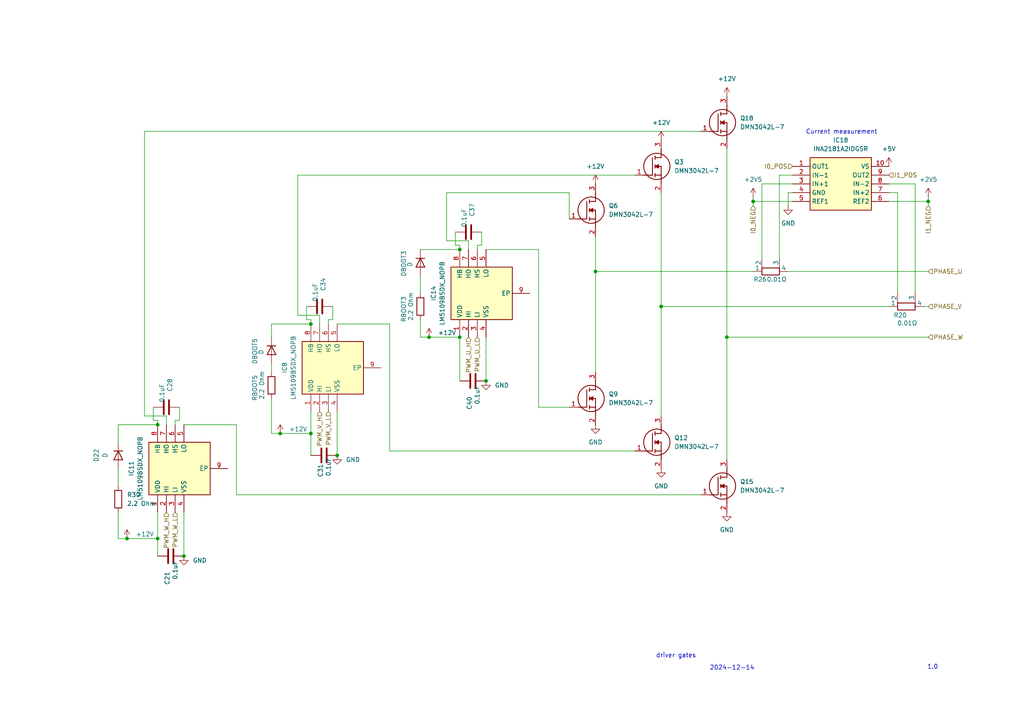
<source format=kicad_sch>
(kicad_sch (version 20231120) (generator "eeschema") (generator_version "8.0")
  (paper "A4")
  (lib_symbols
    (symbol "DMN3042L-7:DMN3042L-7" (pin_names hide)
      (property "Reference" "Q" (at 11.43 3.81 0))
      (property "Value" "DMN3042L-7" (at 11.43 1.27 0))
      (symbol "DMN3042L-7_1_1"
        (polyline (pts (xy 2.54 0) (xy 5.08 0)) (stroke (width 0.254)))
        (polyline (pts (xy 5.08 5.08) (xy 5.08 0)) (stroke (width 0.254)))
        (polyline (pts (xy 5.842 -0.508) (xy 5.842 0.508)) (stroke (width 0.254)))
        (polyline (pts (xy 5.842 0) (xy 7.62 0)) (stroke (width 0.254)))
        (polyline (pts (xy 5.842 2.032) (xy 5.842 3.048)) (stroke (width 0.254)))
        (polyline (pts (xy 5.842 5.588) (xy 5.842 4.572)) (stroke (width 0.254)))
        (polyline (pts (xy 7.62 2.54) (xy 5.842 2.54)) (stroke (width 0.254)))
        (polyline (pts (xy 7.62 2.54) (xy 7.62 -2.54)) (stroke (width 0.254)))
        (polyline (pts (xy 7.62 5.08) (xy 5.842 5.08)) (stroke (width 0.254)))
        (polyline (pts (xy 7.62 5.08) (xy 7.62 7.62)) (stroke (width 0.254)))
        (polyline (pts (xy 5.842 2.54) (xy 6.858 3.048) (xy 6.858 2.032) (xy 5.842 2.54)) (stroke (width 0.254)) (fill (type outline)))
        (circle (center 6.35 2.54) (radius 3.81) (stroke (width 0.254)))
        (pin passive line (at 0 0 0) (length 2.54) (name "G") (number "1"))
        (pin passive line (at 7.62 -5.08 90) (length 2.54) (name "S") (number "2"))
        (pin passive line (at 7.62 10.16 270) (length 2.54) (name "D") (number "3"))
      )
    )
    (symbol "Device:C" (pin_numbers hide) (pin_names (offset 0.254))
      (property "Reference" "C" (at 0.635 2.54 0))
      (property "Value" "C" (at 0.635 -2.54 0))
      (symbol "C_0_1"
        (polyline (pts (xy -2.032 -0.762) (xy 2.032 -0.762)) (stroke (width 0.508)))
        (polyline (pts (xy -2.032 0.762) (xy 2.032 0.762)) (stroke (width 0.508)))
      )
      (symbol "C_1_1"
        (pin passive line (at 0 3.81 270) (length 2.794) (name "~") (number "1"))
        (pin passive line (at 0 -3.81 90) (length 2.794) (name "~") (number "2"))
      )
    )
    (symbol "Device:D" (pin_numbers hide) (pin_names (offset 1.016) hide)
      (property "Reference" "D" (at 0 2.54 0))
      (property "Value" "D" (at 0 -2.54 0))
      (symbol "D_0_1"
        (polyline (pts (xy -1.27 1.27) (xy -1.27 -1.27)) (stroke (width 0.254)))
        (polyline (pts (xy 1.27 0) (xy -1.27 0)))
        (polyline (pts (xy 1.27 1.27) (xy 1.27 -1.27) (xy -1.27 0) (xy 1.27 1.27)) (stroke (width 0.254)))
      )
      (symbol "D_1_1"
        (pin passive line (at -3.81 0 0) (length 2.54) (name "K") (number "1"))
        (pin passive line (at 3.81 0 180) (length 2.54) (name "A") (number "2"))
      )
    )
    (symbol "Device:R" (pin_numbers hide) (pin_names (offset 0))
      (property "Reference" "R" (at 2.032 0 90))
      (property "Value" "R" (at 0 0 90))
      (symbol "R_0_1"
        (rectangle (start -1.016 -2.54) (end 1.016 2.54) (stroke (width 0.254)))
      )
      (symbol "R_1_1"
        (pin passive line (at 0 3.81 270) (length 1.27) (name "~") (number "1"))
        (pin passive line (at 0 -3.81 90) (length 1.27) (name "~") (number "2"))
      )
    )
    (symbol "Device:R_Shunt" (pin_numbers hide) (pin_names (offset 0))
      (property "Reference" "R" (at -4.445 0 90))
      (property "Value" "R_Shunt" (at -2.54 0 90))
      (symbol "R_Shunt_0_1"
        (rectangle (start -1.016 -2.54) (end 1.016 2.54) (stroke (width 0.254)))
        (polyline (pts (xy 0 -2.54) (xy 1.27 -2.54)))
        (polyline (pts (xy 1.27 2.54) (xy 0 2.54)))
      )
      (symbol "R_Shunt_1_1"
        (pin passive line (at 0 5.08 270) (length 2.54) (name "1") (number "1"))
        (pin passive line (at 3.81 2.54 180) (length 2.54) (name "2") (number "2"))
        (pin passive line (at 3.81 -2.54 180) (length 2.54) (name "3") (number "3"))
        (pin passive line (at 0 -5.08 90) (length 2.54) (name "4") (number "4"))
      )
    )
    (symbol "INA2181A2IDGSR:INA2181A2IDGSR"
      (property "Reference" "IC" (at 24.13 7.62 0))
      (property "Value" "INA2181A2IDGSR" (at 24.13 5.08 0))
      (symbol "INA2181A2IDGSR_1_1"
        (rectangle (start 5.08 2.54) (end 22.86 -12.7) (stroke (width 0.254)) (fill (type background)))
        (pin passive line (at 0 0 0) (length 5.08) (name "OUT1") (number "1"))
        (pin passive line (at 27.94 0 180) (length 5.08) (name "VS") (number "10"))
        (pin passive line (at 0 -2.54 0) (length 5.08) (name "IN-1") (number "2"))
        (pin passive line (at 0 -5.08 0) (length 5.08) (name "IN+1") (number "3"))
        (pin passive line (at 0 -7.62 0) (length 5.08) (name "GND") (number "4"))
        (pin passive line (at 0 -10.16 0) (length 5.08) (name "REF1") (number "5"))
        (pin passive line (at 27.94 -10.16 180) (length 5.08) (name "REF2") (number "6"))
        (pin passive line (at 27.94 -7.62 180) (length 5.08) (name "IN+2") (number "7"))
        (pin passive line (at 27.94 -5.08 180) (length 5.08) (name "IN-2") (number "8"))
        (pin passive line (at 27.94 -2.54 180) (length 5.08) (name "OUT2") (number "9"))
      )
    )
    (symbol "LM5109BSDX_NOPB:LM5109BSDX_NOPB"
      (property "Reference" "IC" (at 21.59 7.62 0))
      (property "Value" "LM5109BSDX_NOPB" (at 21.59 5.08 0))
      (symbol "LM5109BSDX_NOPB_1_1"
        (rectangle (start 5.08 2.54) (end 20.32 -15.24) (stroke (width 0.254)) (fill (type background)))
        (pin passive line (at 0 0 0) (length 5.08) (name "VDD") (number "1"))
        (pin passive line (at 0 -2.54 0) (length 5.08) (name "HI") (number "2"))
        (pin passive line (at 0 -5.08 0) (length 5.08) (name "LI") (number "3"))
        (pin passive line (at 0 -7.62 0) (length 5.08) (name "VSS") (number "4"))
        (pin passive line (at 25.4 -7.62 180) (length 5.08) (name "LO") (number "5"))
        (pin passive line (at 25.4 -5.08 180) (length 5.08) (name "HS") (number "6"))
        (pin passive line (at 25.4 -2.54 180) (length 5.08) (name "HO") (number "7"))
        (pin passive line (at 25.4 0 180) (length 5.08) (name "HB") (number "8"))
        (pin passive line (at 12.7 -20.32 90) (length 5.08) (name "EP") (number "9"))
      )
    )
    (symbol "power:+12V" (power) (pin_numbers hide) (pin_names (offset 0) hide)
      (property "Value" "+12V" (at 0 3.556 0))
      (symbol "+12V_0_1"
        (polyline (pts (xy -0.762 1.27) (xy 0 2.54)))
        (polyline (pts (xy 0 0) (xy 0 2.54)))
        (polyline (pts (xy 0 2.54) (xy 0.762 1.27)))
      )
      (symbol "+12V_1_1"
        (pin power_in line (at 0 0 90) (length 0) (name "~") (number "1"))
      )
    )
    (symbol "power:+2V5" (power) (pin_numbers hide) (pin_names (offset 0) hide)
      (property "Value" "+2V5" (at 0 3.556 0))
      (symbol "+2V5_0_1"
        (polyline (pts (xy -0.762 1.27) (xy 0 2.54)))
        (polyline (pts (xy 0 0) (xy 0 2.54)))
        (polyline (pts (xy 0 2.54) (xy 0.762 1.27)))
      )
      (symbol "+2V5_1_1"
        (pin power_in line (at 0 0 90) (length 0) (name "~") (number "1"))
      )
    )
    (symbol "power:+5V" (power) (pin_numbers hide) (pin_names (offset 0) hide)
      (property "Value" "+5V" (at 0 3.556 0))
      (symbol "+5V_0_1"
        (polyline (pts (xy -0.762 1.27) (xy 0 2.54)))
        (polyline (pts (xy 0 0) (xy 0 2.54)))
        (polyline (pts (xy 0 2.54) (xy 0.762 1.27)))
      )
      (symbol "+5V_1_1"
        (pin power_in line (at 0 0 90) (length 0) (name "~") (number "1"))
      )
    )
    (symbol "power:GND" (power) (pin_numbers hide) (pin_names (offset 0) hide)
      (property "Value" "GND" (at 0 -3.81 0))
      (symbol "GND_0_1"
        (polyline (pts (xy 0 0) (xy 0 -1.27) (xy 1.27 -1.27) (xy 0 -2.54) (xy -1.27 -1.27) (xy 0 -1.27)))
      )
      (symbol "GND_1_1"
        (pin power_in line (at 0 0 270) (length 0) (name "~") (number "1"))
      )
    )
  )
  (junction (at 133.35 72.39))
  (junction (at 81.28 125.73))
  (junction (at 269.24 58.42))
  (junction (at 90.17 125.73))
  (junction (at 97.79 132.08))
  (junction (at 124.46 97.79))
  (junction (at 140.97 110.49))
  (junction (at 90.17 93.98))
  (junction (at 210.82 97.79))
  (junction (at 45.72 123.19))
  (junction (at 45.72 156.21))
  (junction (at 133.35 97.79))
  (junction (at 191.77 88.9))
  (junction (at 172.72 78.74))
  (junction (at 36.83 156.21))
  (junction (at 218.44 58.42))
  (junction (at 53.34 161.29))
  (wire (pts (xy 78.74 115.57) (xy 78.74 125.73)))
  (wire (pts (xy 140.97 72.39) (xy 156.21 72.39)))
  (wire (pts (xy 86.36 50.8) (xy 184.15 50.8)))
  (wire (pts (xy 45.72 121.92) (xy 45.72 123.19)))
  (wire (pts (xy 53.34 123.19) (xy 68.58 123.19)))
  (wire (pts (xy 68.58 123.19) (xy 68.58 143.51)))
  (wire (pts (xy 218.44 58.42) (xy 218.44 59.69)))
  (wire (pts (xy 90.17 119.38) (xy 90.17 125.73)))
  (wire (pts (xy 165.1 55.88) (xy 165.1 63.5)))
  (wire (pts (xy 90.17 92.71) (xy 90.17 93.98)))
  (wire (pts (xy 269.24 57.15) (xy 269.24 58.42)))
  (wire (pts (xy 90.17 125.73) (xy 90.17 132.08)))
  (wire (pts (xy 34.29 140.97) (xy 34.29 135.89)))
  (wire (pts (xy 121.92 85.09) (xy 121.92 80.01)))
  (wire (pts (xy 156.21 72.39) (xy 156.21 118.11)))
  (wire (pts (xy 226.06 50.8) (xy 229.87 50.8)))
  (wire (pts (xy 257.81 55.88) (xy 260.35 55.88)))
  (wire (pts (xy 228.6 55.88) (xy 229.87 55.88)))
  (wire (pts (xy 228.6 78.74) (xy 269.24 78.74)))
  (wire (pts (xy 191.77 88.9) (xy 191.77 120.65)))
  (wire (pts (xy 34.29 123.19) (xy 45.72 123.19)))
  (wire (pts (xy 132.08 71.12) (xy 133.35 71.12)))
  (wire (pts (xy 45.72 156.21) (xy 36.83 156.21)))
  (wire (pts (xy 124.46 97.79) (xy 133.35 97.79)))
  (wire (pts (xy 172.72 78.74) (xy 218.44 78.74)))
  (wire (pts (xy 257.81 53.34) (xy 265.43 53.34)))
  (wire (pts (xy 139.7 71.12) (xy 138.43 71.12)))
  (wire (pts (xy 86.36 91.44) (xy 86.36 50.8)))
  (wire (pts (xy 121.92 97.79) (xy 121.92 92.71)))
  (wire (pts (xy 139.7 67.31) (xy 139.7 71.12)))
  (wire (pts (xy 36.83 156.21) (xy 34.29 156.21)))
  (wire (pts (xy 121.92 97.79) (xy 124.46 97.79)))
  (wire (pts (xy 226.06 50.8) (xy 226.06 74.93)))
  (wire (pts (xy 172.72 68.58) (xy 172.72 78.74)))
  (wire (pts (xy 90.17 93.98) (xy 78.74 93.98)))
  (wire (pts (xy 41.91 38.1) (xy 203.2 38.1)))
  (wire (pts (xy 140.97 97.79) (xy 140.97 110.49)))
  (wire (pts (xy 138.43 71.12) (xy 138.43 72.39)))
  (wire (pts (xy 133.35 97.79) (xy 133.35 110.49)))
  (wire (pts (xy 220.98 74.93) (xy 220.98 53.34)))
  (wire (pts (xy 269.24 59.69) (xy 269.24 58.42)))
  (wire (pts (xy 96.52 92.71) (xy 95.25 92.71)))
  (wire (pts (xy 96.52 92.71) (xy 96.52 88.9)))
  (wire (pts (xy 34.29 148.59) (xy 34.29 156.21)))
  (wire (pts (xy 45.72 161.29) (xy 45.72 156.21)))
  (wire (pts (xy 44.45 121.92) (xy 45.72 121.92)))
  (wire (pts (xy 210.82 97.79) (xy 210.82 133.35)))
  (wire (pts (xy 191.77 55.88) (xy 191.77 88.9)))
  (wire (pts (xy 129.54 55.88) (xy 165.1 55.88)))
  (wire (pts (xy 121.92 72.39) (xy 133.35 72.39)))
  (wire (pts (xy 191.77 88.9) (xy 257.81 88.9)))
  (wire (pts (xy 90.17 125.73) (xy 81.28 125.73)))
  (wire (pts (xy 218.44 58.42) (xy 229.87 58.42)))
  (wire (pts (xy 228.6 55.88) (xy 228.6 59.69)))
  (wire (pts (xy 156.21 118.11) (xy 165.1 118.11)))
  (wire (pts (xy 220.98 53.34) (xy 229.87 53.34)))
  (wire (pts (xy 257.81 58.42) (xy 269.24 58.42)))
  (wire (pts (xy 78.74 107.95) (xy 78.74 105.41)))
  (wire (pts (xy 88.9 88.9) (xy 88.9 92.71)))
  (wire (pts (xy 78.74 93.98) (xy 78.74 97.79)))
  (wire (pts (xy 260.35 85.09) (xy 260.35 55.88)))
  (wire (pts (xy 88.9 92.71) (xy 90.17 92.71)))
  (wire (pts (xy 135.89 69.85) (xy 129.54 69.85)))
  (wire (pts (xy 132.08 67.31) (xy 132.08 71.12)))
  (wire (pts (xy 135.89 72.39) (xy 135.89 69.85)))
  (wire (pts (xy 218.44 57.15) (xy 218.44 58.42)))
  (wire (pts (xy 41.91 38.1) (xy 41.91 120.65)))
  (wire (pts (xy 68.58 143.51) (xy 203.2 143.51)))
  (wire (pts (xy 95.25 93.98) (xy 95.25 92.71)))
  (wire (pts (xy 129.54 69.85) (xy 129.54 55.88)))
  (wire (pts (xy 92.71 91.44) (xy 92.71 93.98)))
  (wire (pts (xy 113.03 130.81) (xy 184.15 130.81)))
  (wire (pts (xy 133.35 71.12) (xy 133.35 72.39)))
  (wire (pts (xy 52.07 118.11) (xy 52.07 121.92)))
  (wire (pts (xy 34.29 123.19) (xy 34.29 128.27)))
  (wire (pts (xy 50.8 121.92) (xy 50.8 123.19)))
  (wire (pts (xy 86.36 91.44) (xy 92.71 91.44)))
  (wire (pts (xy 172.72 78.74) (xy 172.72 107.95)))
  (wire (pts (xy 48.26 120.65) (xy 48.26 123.19)))
  (wire (pts (xy 113.03 93.98) (xy 113.03 130.81)))
  (wire (pts (xy 210.82 43.18) (xy 210.82 97.79)))
  (wire (pts (xy 97.79 93.98) (xy 113.03 93.98)))
  (wire (pts (xy 81.28 125.73) (xy 78.74 125.73)))
  (wire (pts (xy 53.34 148.59) (xy 53.34 161.29)))
  (wire (pts (xy 45.72 156.21) (xy 45.72 148.59)))
  (wire (pts (xy 267.97 88.9) (xy 269.24 88.9)))
  (wire (pts (xy 210.82 97.79) (xy 269.24 97.79)))
  (wire (pts (xy 41.91 120.65) (xy 48.26 120.65)))
  (wire (pts (xy 52.07 121.92) (xy 50.8 121.92)))
  (wire (pts (xy 97.79 119.38) (xy 97.79 132.08)))
  (wire (pts (xy 44.45 118.11) (xy 44.45 121.92)))
  (wire (pts (xy 265.43 85.09) (xy 265.43 53.34)))
  (text "1.0" (at 270.51 193.548 0) (effects (font (size 1.27 1.27))))
  (text "driver gates" (at 196.088 190.246 0) (effects (font (size 1.27 1.27))))
  (text "2024-12-14" (at 212.344 193.802 0) (effects (font (size 1.27 1.27))))
  (text "Current measurement" (at 244.094 38.354 0) (effects (font (size 1.27 1.27))))
  (hierarchical_label "PHASE_V" (shape input) (at 269.24 88.9 0))
  (hierarchical_label "I0_NEG" (shape input) (at 218.44 59.69 270))
  (hierarchical_label "PHASE_W" (shape input) (at 269.24 97.79 0))
  (hierarchical_label "PWM_U_H" (shape input) (at 135.89 97.79 270))
  (hierarchical_label "I1_POS" (shape input) (at 257.81 50.8 0))
  (hierarchical_label "PWM_V_H" (shape input) (at 92.71 119.38 270))
  (hierarchical_label "PWM_W_L" (shape input) (at 50.8 148.59 270))
  (hierarchical_label "I1_NEG" (shape input) (at 269.24 59.69 270))
  (hierarchical_label "PWM_W_H" (shape input) (at 48.26 148.59 270))
  (hierarchical_label "PHASE_U" (shape input) (at 269.24 78.74 0))
  (hierarchical_label "PWM_V_L" (shape input) (at 95.25 119.38 270))
  (hierarchical_label "PWM_U_L" (shape input) (at 138.43 97.79 270))
  (hierarchical_label "I0_POS" (shape input) (at 229.87 48.26 180))
  (symbol (lib_id "power:GND") (at 97.79 132.08 0) (unit 1)
    (property "Reference" "#PWR095" (effects (hide yes)))
    (property "Value" "GND" (at 100.33 133.3499 0) (effects (justify left)))
    (property "Description" "Power symbol creates a global label with name \"GND\" , ground" (effects (hide yes)))
    (instances (project "motordriver" (path "" (reference "#PWR095") (unit 1)) (path "" (reference "#PWR093") (unit 1)) (path "" (reference "#PWR094") (unit 1))))
  )
  (symbol (lib_id "DMN3042L-7:DMN3042L-7") (at 184.15 50.8 0) (unit 1)
    (property "Reference" "Q1" (at 195.58 46.9899 0) (effects (justify left)))
    (property "Value" "DMN3042L-7" (at 195.58 49.5299 0) (effects (justify left)))
    (property "Footprint" "SOT96P240X115-3N" (effects (hide yes)))
    (property "Datasheet" "https://www.diodes.com//assets/Datasheets/DMN3042L.pdf" (effects (hide yes)))
    (property "Description" "MOSFET 30V N-Ch Enh Mode 26.5mOhm 10V 5.8A" (effects (hide yes)))
    (property "Height" "1.15" (effects (hide yes)))
    (property "Manufacturer_Name" "Diodes Incorporated" (effects (hide yes)))
    (property "Manufacturer_Part_Number" "DMN3042L-7" (effects (hide yes)))
    (property "Arrow Part Number" "DMN3042L-7" (effects (hide yes)))
    (property "Arrow Price/Stock" "https://www.arrow.com/en/products/dmn3042l-7/diodes-incorporated" (effects (hide yes)))
    (instances (project "motordriver" (path "" (reference "Q3") (unit 1)) (path "" (reference "Q1") (unit 1)) (path "" (reference "Q2") (unit 1))))
  )
  (symbol (lib_id "Device:R") (at 34.29 144.78 180) (unit 1)
    (property "Reference" "R30" (at 36.83 143.5099 0) (effects (justify right)))
    (property "Value" "2.2 Ohm" (at 36.83 146.0499 0) (effects (justify right)))
    (property "Description" "Resistor" (effects (hide yes)))
    (instances (project "motordriver" (path "" (reference "R30") (unit 1)) (path "" (reference "R27") (unit 1)) (path "" (reference "RBOOT") (unit 1))))
  )
  (symbol (lib_id "power:+2V5") (at 218.44 57.15 0) (unit 1)
    (property "Reference" "#PWR0203" (effects (hide yes)))
    (property "Value" "+2V5" (at 218.44 52.07 0))
    (property "Description" "Power symbol creates a global label with name \"+2V5\"" (effects (hide yes)))
    (instances (project "motordriver" (path "" (reference "#PWR0203") (unit 1)) (path "" (reference "#PWR0201") (unit 1)) (path "" (reference "#PWR0202") (unit 1))))
  )
  (symbol (lib_id "power:+12V") (at 172.72 53.34 0) (unit 1)
    (property "Reference" "#PWR083" (effects (hide yes)))
    (property "Value" "+12V" (at 172.72 48.26 0))
    (property "Description" "Power symbol creates a global label with name \"+12V\"" (effects (hide yes)))
    (instances (project "" (path "" (reference "#PWR083") (unit 1)) (path "" (reference "#PWR081") (unit 1)) (path "" (reference "#PWR082") (unit 1))))
  )
  (symbol (lib_id "Device:R_Shunt") (at 262.89 88.9 90) (unit 1)
    (property "Reference" "R20" (at 261.112 91.44 90))
    (property "Value" "0.01Ω" (at 263.144 93.726 90))
    (property "Description" "Shunt resistor" (effects (hide yes)))
    (instances (project "motordriver" (path "" (reference "R20") (unit 1)) (path "" (reference "R18") (unit 1)) (path "" (reference "R19") (unit 1))))
  )
  (symbol (lib_id "DMN3042L-7:DMN3042L-7") (at 203.2 38.1 0) (unit 1)
    (property "Reference" "Q18" (at 214.63 34.2899 0) (effects (justify left)))
    (property "Value" "DMN3042L-7" (at 214.63 36.8299 0) (effects (justify left)))
    (property "Footprint" "SOT96P240X115-3N" (effects (hide yes)))
    (property "Datasheet" "https://www.diodes.com//assets/Datasheets/DMN3042L.pdf" (effects (hide yes)))
    (property "Description" "MOSFET 30V N-Ch Enh Mode 26.5mOhm 10V 5.8A" (effects (hide yes)))
    (property "Height" "1.15" (effects (hide yes)))
    (property "Manufacturer_Name" "Diodes Incorporated" (effects (hide yes)))
    (property "Manufacturer_Part_Number" "DMN3042L-7" (effects (hide yes)))
    (property "Arrow Part Number" "DMN3042L-7" (effects (hide yes)))
    (property "Arrow Price/Stock" "https://www.arrow.com/en/products/dmn3042l-7/diodes-incorporated" (effects (hide yes)))
    (instances (project "" (path "" (reference "Q18") (unit 1)) (path "" (reference "Q16") (unit 1)) (path "" (reference "Q17") (unit 1))))
  )
  (symbol (lib_id "LM5109BSDX_NOPB:LM5109BSDX_NOPB") (at 90.17 119.38 90) (unit 1)
    (property "Reference" "IC8" (at 82.55 106.68 0))
    (property "Value" "LM5109BSDX_NOPB" (at 85.09 106.68 0))
    (property "Footprint" "SON80P400X400X80-9N" (effects (hide yes)))
    (property "Datasheet" "http://www.ti.com/lit/gpn/LM5109B" (effects (hide yes)))
    (property "Description" "High Voltage 1A Peak Half Bridge Gate Driver" (effects (hide yes)))
    (property "Height" "0.8" (effects (hide yes)))
    (property "Mouser Part Number" "926-LM5109BSDX/NOPB" (effects (hide yes)))
    (property "Mouser Price/Stock" "https://www.mouser.co.uk/ProductDetail/Texas-Instruments/LM5109BSDX-NOPB?qs=QbsRYf82W3F6fMiLbkf%252BhQ%3D%3D" (effects (hide yes)))
    (property "Manufacturer_Name" "Texas Instruments" (effects (hide yes)))
    (property "Manufacturer_Part_Number" "LM5109BSDX/NOPB" (effects (hide yes)))
    (instances (project "" (path "" (reference "IC8") (unit 1)) (path "" (reference "IC6") (unit 1)) (path "" (reference "IC7") (unit 1))))
  )
  (symbol (lib_id "power:+12V") (at 36.83 156.21 0) (unit 1)
    (property "Reference" "#PWR0178" (effects (hide yes)))
    (property "Value" "+12V" (at 39.37 154.9399 0) (effects (justify left)))
    (property "Description" "Power symbol creates a global label with name \"+12V\"" (effects (hide yes)))
    (instances (project "" (path "" (reference "#PWR0178") (unit 1)) (path "" (reference "#PWR084") (unit 1)) (path "" (reference "#PWR085") (unit 1))))
  )
  (symbol (lib_id "LM5109BSDX_NOPB:LM5109BSDX_NOPB") (at 133.35 97.79 90) (unit 1)
    (property "Reference" "IC14" (at 125.73 85.09 0))
    (property "Value" "LM5109BSDX_NOPB" (at 128.27 85.09 0))
    (property "Footprint" "SON80P400X400X80-9N" (effects (hide yes)))
    (property "Datasheet" "http://www.ti.com/lit/gpn/LM5109B" (effects (hide yes)))
    (property "Description" "High Voltage 1A Peak Half Bridge Gate Driver" (effects (hide yes)))
    (property "Height" "0.8" (effects (hide yes)))
    (property "Mouser Part Number" "926-LM5109BSDX/NOPB" (effects (hide yes)))
    (property "Mouser Price/Stock" "https://www.mouser.co.uk/ProductDetail/Texas-Instruments/LM5109BSDX-NOPB?qs=QbsRYf82W3F6fMiLbkf%252BhQ%3D%3D" (effects (hide yes)))
    (property "Manufacturer_Name" "Texas Instruments" (effects (hide yes)))
    (property "Manufacturer_Part_Number" "LM5109BSDX/NOPB" (effects (hide yes)))
    (instances (project "motordriver" (path "" (reference "IC14") (unit 1)) (path "" (reference "IC12") (unit 1)) (path "" (reference "IC13") (unit 1))))
  )
  (symbol (lib_id "Device:C") (at 137.16 110.49 90) (unit 1)
    (property "Reference" "C40" (at 136.144 118.872 0) (effects (justify left)))
    (property "Value" "0.1uF" (at 138.43 117.348 0) (effects (justify left)))
    (property "Description" "Unpolarized capacitor" (effects (hide yes)))
    (instances (project "motordriver" (path "" (reference "C40") (unit 1)) (path "" (reference "C38") (unit 1)) (path "" (reference "C39") (unit 1))))
  )
  (symbol (lib_id "power:GND") (at 228.6 59.69 0) (unit 1)
    (property "Reference" "#PWR0197" (effects (hide yes)))
    (property "Value" "GND" (at 228.6 64.77 0))
    (property "Description" "Power symbol creates a global label with name \"GND\" , ground" (effects (hide yes)))
    (instances (project "motordriver" (path "" (reference "#PWR0197") (unit 1)) (path "" (reference "#PWR0195") (unit 1)) (path "" (reference "#PWR0196") (unit 1))))
  )
  (symbol (lib_id "Device:R_Shunt") (at 223.52 78.74 90) (unit 1)
    (property "Reference" "R26" (at 220.472 81.026 90))
    (property "Value" "0.01Ω" (at 225.298 81.026 90))
    (property "Description" "Shunt resistor" (effects (hide yes)))
    (instances (project "motordriver" (path "" (reference "R26") (unit 1)) (path "" (reference "R24") (unit 1)) (path "" (reference "R25") (unit 1))))
  )
  (symbol (lib_id "power:+2V5") (at 269.24 57.15 0) (unit 1)
    (property "Reference" "#PWR0200" (effects (hide yes)))
    (property "Value" "+2V5" (at 269.24 52.07 0))
    (property "Description" "Power symbol creates a global label with name \"+2V5\"" (effects (hide yes)))
    (instances (project "" (path "" (reference "#PWR0200") (unit 1)) (path "" (reference "#PWR0198") (unit 1)) (path "" (reference "#PWR0199") (unit 1))))
  )
  (symbol (lib_id "power:GND") (at 191.77 135.89 0) (unit 1)
    (property "Reference" "#PWR0107" (effects (hide yes)))
    (property "Value" "GND" (at 191.77 140.97 0))
    (property "Description" "Power symbol creates a global label with name \"GND\" , ground" (effects (hide yes)))
    (instances (project "motordriver" (path "" (reference "#PWR0107") (unit 1)) (path "" (reference "#PWR0105") (unit 1)) (path "" (reference "#PWR0106") (unit 1))))
  )
  (symbol (lib_id "Device:R") (at 121.92 88.9 180) (unit 1)
    (property "Reference" "RBOOT3" (at 117.094 89.662 90))
    (property "Value" "2.2 Ohm" (at 119.126 88.9 90))
    (property "Description" "Resistor" (effects (hide yes)))
    (instances (project "motordriver" (path "" (reference "RBOOT3") (unit 1)) (path "" (reference "RBOOT1") (unit 1)) (path "" (reference "RBOOT3") (unit 1))))
  )
  (symbol (lib_id "power:+12V") (at 210.82 27.94 0) (unit 1)
    (property "Reference" "#PWR0116" (effects (hide yes)))
    (property "Value" "+12V" (at 210.82 22.86 0))
    (property "Description" "Power symbol creates a global label with name \"+12V\"" (effects (hide yes)))
    (instances (project "motordriver" (path "" (reference "#PWR0116") (unit 1)) (path "" (reference "#PWR0114") (unit 1)) (path "" (reference "#PWR0115") (unit 1))))
  )
  (symbol (lib_id "power:GND") (at 172.72 123.19 0) (unit 1)
    (property "Reference" "#PWR0110" (effects (hide yes)))
    (property "Value" "GND" (at 172.72 128.27 0))
    (property "Description" "Power symbol creates a global label with name \"GND\" , ground" (effects (hide yes)))
    (instances (project "motordriver" (path "" (reference "#PWR0110") (unit 1)) (path "" (reference "#PWR0108") (unit 1)) (path "" (reference "#PWR0109") (unit 1))))
  )
  (symbol (lib_id "power:+12V") (at 191.77 40.64 0) (unit 1)
    (property "Reference" "#PWR0113" (effects (hide yes)))
    (property "Value" "+12V" (at 191.77 35.56 0))
    (property "Description" "Power symbol creates a global label with name \"+12V\"" (effects (hide yes)))
    (instances (project "motordriver" (path "" (reference "#PWR0113") (unit 1)) (path "" (reference "#PWR0111") (unit 1)) (path "" (reference "#PWR0112") (unit 1))))
  )
  (symbol (lib_id "power:GND") (at 53.34 161.29 0) (unit 1)
    (property "Reference" "#PWR0101" (effects (hide yes)))
    (property "Value" "GND" (at 55.88 162.5599 0) (effects (justify left)))
    (property "Description" "Power symbol creates a global label with name \"GND\" , ground" (effects (hide yes)))
    (instances (project "motordriver" (path "" (reference "#PWR0101") (unit 1)) (path "" (reference "#PWR099") (unit 1)) (path "" (reference "#PWR0100") (unit 1))))
  )
  (symbol (lib_id "Device:C") (at 48.26 118.11 270) (unit 1)
    (property "Reference" "C28" (at 49.276 109.728 0) (effects (justify left)))
    (property "Value" "0.1uF" (at 46.99 111.252 0) (effects (justify left)))
    (property "Description" "Unpolarized capacitor" (effects (hide yes)))
    (instances (project "motordriver" (path "" (reference "C28") (unit 1)) (path "" (reference "Bootstrap1") (unit 1)) (path "" (reference "C27") (unit 1))))
  )
  (symbol (lib_id "Device:C") (at 93.98 132.08 90) (unit 1)
    (property "Reference" "C31" (at 92.964 138.43 0) (effects (justify left)))
    (property "Value" "0.1uF" (at 95.25 138.176 0) (effects (justify left)))
    (property "Description" "Unpolarized capacitor" (effects (hide yes)))
    (instances (project "motordriver" (path "" (reference "C31") (unit 1)) (path "" (reference "C29") (unit 1)) (path "" (reference "C30") (unit 1))))
  )
  (symbol (lib_id "Device:C") (at 92.71 88.9 270) (unit 1)
    (property "Reference" "C34" (at 93.726 80.518 0) (effects (justify left)))
    (property "Value" "0.1uF" (at 91.44 82.042 0) (effects (justify left)))
    (property "Description" "Unpolarized capacitor" (effects (hide yes)))
    (instances (project "motordriver" (path "" (reference "C34") (unit 1)) (path "" (reference "Bootstrap2") (unit 1)) (path "" (reference "C33") (unit 1))))
  )
  (symbol (lib_id "Device:C") (at 135.89 67.31 270) (unit 1)
    (property "Reference" "C37" (at 136.906 58.928 0) (effects (justify left)))
    (property "Value" "0.1uF" (at 134.62 60.452 0) (effects (justify left)))
    (property "Description" "Unpolarized capacitor" (effects (hide yes)))
    (instances (project "motordriver" (path "" (reference "C37") (unit 1)) (path "" (reference "Bootstrap3") (unit 1)) (path "" (reference "C36") (unit 1))))
  )
  (symbol (lib_id "power:GND") (at 210.82 148.59 0) (unit 1)
    (property "Reference" "#PWR0104" (effects (hide yes)))
    (property "Value" "GND" (at 210.82 153.67 0))
    (property "Description" "Power symbol creates a global label with name \"GND\" , ground" (effects (hide yes)))
    (instances (project "motordriver" (path "" (reference "#PWR0104") (unit 1)) (path "" (reference "#PWR0102") (unit 1)) (path "" (reference "#PWR0103") (unit 1))))
  )
  (symbol (lib_id "power:GND") (at 140.97 110.49 0) (unit 1)
    (property "Reference" "#PWR098" (effects (hide yes)))
    (property "Value" "GND" (at 143.51 111.7599 0) (effects (justify left)))
    (property "Description" "Power symbol creates a global label with name \"GND\" , ground" (effects (hide yes)))
    (instances (project "motordriver" (path "" (reference "#PWR098") (unit 1)) (path "" (reference "#PWR096") (unit 1)) (path "" (reference "#PWR097") (unit 1))))
  )
  (symbol (lib_id "DMN3042L-7:DMN3042L-7") (at 165.1 118.11 0) (unit 1)
    (property "Reference" "Q7" (at 176.53 114.2999 0) (effects (justify left)))
    (property "Value" "DMN3042L-7" (at 176.53 116.8399 0) (effects (justify left)))
    (property "Footprint" "SOT96P240X115-3N" (effects (hide yes)))
    (property "Datasheet" "https://www.diodes.com//assets/Datasheets/DMN3042L.pdf" (effects (hide yes)))
    (property "Description" "MOSFET 30V N-Ch Enh Mode 26.5mOhm 10V 5.8A" (effects (hide yes)))
    (property "Height" "1.15" (effects (hide yes)))
    (property "Manufacturer_Name" "Diodes Incorporated" (effects (hide yes)))
    (property "Manufacturer_Part_Number" "DMN3042L-7" (effects (hide yes)))
    (property "Arrow Part Number" "DMN3042L-7" (effects (hide yes)))
    (property "Arrow Price/Stock" "https://www.arrow.com/en/products/dmn3042l-7/diodes-incorporated" (effects (hide yes)))
    (instances (project "motordriver" (path "" (reference "Q9") (unit 1)) (path "" (reference "Q7") (unit 1)) (path "" (reference "Q8") (unit 1))))
  )
  (symbol (lib_id "LM5109BSDX_NOPB:LM5109BSDX_NOPB") (at 45.72 148.59 90) (unit 1)
    (property "Reference" "IC11" (at 38.1 135.89 0))
    (property "Value" "LM5109BSDX_NOPB" (at 40.64 135.89 0))
    (property "Footprint" "SON80P400X400X80-9N" (effects (hide yes)))
    (property "Datasheet" "http://www.ti.com/lit/gpn/LM5109B" (effects (hide yes)))
    (property "Description" "High Voltage 1A Peak Half Bridge Gate Driver" (effects (hide yes)))
    (property "Height" "0.8" (effects (hide yes)))
    (property "Mouser Part Number" "926-LM5109BSDX/NOPB" (effects (hide yes)))
    (property "Mouser Price/Stock" "https://www.mouser.co.uk/ProductDetail/Texas-Instruments/LM5109BSDX-NOPB?qs=QbsRYf82W3F6fMiLbkf%252BhQ%3D%3D" (effects (hide yes)))
    (property "Manufacturer_Name" "Texas Instruments" (effects (hide yes)))
    (property "Manufacturer_Part_Number" "LM5109BSDX/NOPB" (effects (hide yes)))
    (instances (project "motordriver" (path "" (reference "IC11") (unit 1)) (path "" (reference "IC9") (unit 1)) (path "" (reference "IC10") (unit 1))))
  )
  (symbol (lib_id "Device:C") (at 49.53 161.29 90) (unit 1)
    (property "Reference" "C21" (at 48.514 169.672 0) (effects (justify left)))
    (property "Value" "0.1uF" (at 50.8 168.148 0) (effects (justify left)))
    (property "Description" "Unpolarized capacitor" (effects (hide yes)))
    (instances (project "" (path "" (reference "C21") (unit 1)) (path "" (reference "C19") (unit 1)) (path "" (reference "C20") (unit 1))))
  )
  (symbol (lib_id "DMN3042L-7:DMN3042L-7") (at 184.15 130.81 0) (unit 1)
    (property "Reference" "Q10" (at 195.58 126.9999 0) (effects (justify left)))
    (property "Value" "DMN3042L-7" (at 195.58 129.5399 0) (effects (justify left)))
    (property "Footprint" "SOT96P240X115-3N" (effects (hide yes)))
    (property "Datasheet" "https://www.diodes.com//assets/Datasheets/DMN3042L.pdf" (effects (hide yes)))
    (property "Description" "MOSFET 30V N-Ch Enh Mode 26.5mOhm 10V 5.8A" (effects (hide yes)))
    (property "Height" "1.15" (effects (hide yes)))
    (property "Manufacturer_Name" "Diodes Incorporated" (effects (hide yes)))
    (property "Manufacturer_Part_Number" "DMN3042L-7" (effects (hide yes)))
    (property "Arrow Part Number" "DMN3042L-7" (effects (hide yes)))
    (property "Arrow Price/Stock" "https://www.arrow.com/en/products/dmn3042l-7/diodes-incorporated" (effects (hide yes)))
    (instances (project "motordriver" (path "" (reference "Q12") (unit 1)) (path "" (reference "Q10") (unit 1)) (path "" (reference "Q11") (unit 1))))
  )
  (symbol (lib_id "power:+12V") (at 124.46 97.79 0) (unit 1)
    (property "Reference" "#PWR0184" (effects (hide yes)))
    (property "Value" "+12V" (at 127 96.5199 0) (effects (justify left)))
    (property "Description" "Power symbol creates a global label with name \"+12V\"" (effects (hide yes)))
    (instances (project "motordriver" (path "" (reference "#PWR0184") (unit 1)) (path "" (reference "#PWR0182") (unit 1)) (path "" (reference "#PWR0183") (unit 1))))
  )
  (symbol (lib_id "power:+5V") (at 257.81 48.26 0) (unit 1)
    (property "Reference" "#PWR064" (effects (hide yes)))
    (property "Value" "+5V" (at 257.81 43.18 0))
    (property "Description" "Power symbol creates a global label with name \"+5V\"" (effects (hide yes)))
    (instances (project "" (path "" (reference "#PWR064") (unit 1)) (path "" (reference "#PWR058") (unit 1)) (path "" (reference "#PWR062") (unit 1))))
  )
  (symbol (lib_id "INA2181A2IDGSR:INA2181A2IDGSR") (at 229.87 48.26 0) (unit 1)
    (property "Reference" "IC18" (at 243.84 40.64 0))
    (property "Value" "INA2181A2IDGSR" (at 243.84 43.18 0))
    (property "Footprint" "SOP50P490X110-10N" (effects (hide yes)))
    (property "Datasheet" "http://www.ti.com/lit/gpn/ina2181" (effects (hide yes)))
    (property "Description" "Dual Channel, 26V, Bi-Directional, Low-/High-Side Voltage Output Current Sense Amp" (effects (hide yes)))
    (property "Height" "1.1" (effects (hide yes)))
    (property "Manufacturer_Name" "Texas Instruments" (effects (hide yes)))
    (property "Manufacturer_Part_Number" "INA2181A2IDGSR" (effects (hide yes)))
    (property "Arrow Part Number" "INA2181A2IDGSR" (effects (hide yes)))
    (property "Arrow Price/Stock" "https://www.arrow.com/en/products/ina2181a2idgsr/texas-instruments?region=nac" (effects (hide yes)))
    (instances (project "" (path "" (reference "IC18") (unit 1)) (path "" (reference "IC16") (unit 1)) (path "" (reference "IC17") (unit 1))))
  )
  (symbol (lib_id "Device:D") (at 121.92 76.2 270) (unit 1)
    (property "Reference" "DBOOT3" (at 117.094 76.454 0))
    (property "Value" "D" (at 118.872 76.708 0))
    (property "Description" "Diode" (effects (hide yes)))
    (property "Sim.Device" "D" (effects (hide yes)))
    (property "Sim.Pins" "1=K 2=A" (effects (hide yes)))
    (instances (project "motordriver" (path "" (reference "DBOOT3") (unit 1)) (path "" (reference "DBOOT1") (unit 1)) (path "" (reference "DBOOT3") (unit 1))))
  )
  (symbol (lib_id "power:+12V") (at 81.28 125.73 0) (unit 1)
    (property "Reference" "#PWR0181" (effects (hide yes)))
    (property "Value" "+12V" (at 83.82 124.4599 0) (effects (justify left)))
    (property "Description" "Power symbol creates a global label with name \"+12V\"" (effects (hide yes)))
    (instances (project "motordriver" (path "" (reference "#PWR0181") (unit 1)) (path "" (reference "#PWR0179") (unit 1)) (path "" (reference "#PWR0180") (unit 1))))
  )
  (symbol (lib_id "DMN3042L-7:DMN3042L-7") (at 165.1 63.5 0) (unit 1)
    (property "Reference" "Q4" (at 176.53 59.6899 0) (effects (justify left)))
    (property "Value" "DMN3042L-7" (at 176.53 62.2299 0) (effects (justify left)))
    (property "Footprint" "SOT96P240X115-3N" (effects (hide yes)))
    (property "Datasheet" "https://www.diodes.com//assets/Datasheets/DMN3042L.pdf" (effects (hide yes)))
    (property "Description" "MOSFET 30V N-Ch Enh Mode 26.5mOhm 10V 5.8A" (effects (hide yes)))
    (property "Height" "1.15" (effects (hide yes)))
    (property "Manufacturer_Name" "Diodes Incorporated" (effects (hide yes)))
    (property "Manufacturer_Part_Number" "DMN3042L-7" (effects (hide yes)))
    (property "Arrow Part Number" "DMN3042L-7" (effects (hide yes)))
    (property "Arrow Price/Stock" "https://www.arrow.com/en/products/dmn3042l-7/diodes-incorporated" (effects (hide yes)))
    (instances (project "motordriver" (path "" (reference "Q6") (unit 1)) (path "" (reference "Q4") (unit 1)) (path "" (reference "Q5") (unit 1))))
  )
  (symbol (lib_id "Device:D") (at 34.29 132.08 270) (unit 1)
    (property "Reference" "D22" (at 27.94 132.08 0))
    (property "Value" "D" (at 30.48 132.08 0))
    (property "Description" "Diode" (effects (hide yes)))
    (property "Sim.Device" "D" (effects (hide yes)))
    (property "Sim.Pins" "1=K 2=A" (effects (hide yes)))
    (instances (project "motordriver" (path "" (reference "D22") (unit 1)) (path "" (reference "D20") (unit 1)) (path "" (reference "DBOOT") (unit 1))))
  )
  (symbol (lib_id "DMN3042L-7:DMN3042L-7") (at 203.2 143.51 0) (unit 1)
    (property "Reference" "Q13" (at 214.63 139.6999 0) (effects (justify left)))
    (property "Value" "DMN3042L-7" (at 214.63 142.2399 0) (effects (justify left)))
    (property "Footprint" "SOT96P240X115-3N" (effects (hide yes)))
    (property "Datasheet" "https://www.diodes.com//assets/Datasheets/DMN3042L.pdf" (effects (hide yes)))
    (property "Description" "MOSFET 30V N-Ch Enh Mode 26.5mOhm 10V 5.8A" (effects (hide yes)))
    (property "Height" "1.15" (effects (hide yes)))
    (property "Manufacturer_Name" "Diodes Incorporated" (effects (hide yes)))
    (property "Manufacturer_Part_Number" "DMN3042L-7" (effects (hide yes)))
    (property "Arrow Part Number" "DMN3042L-7" (effects (hide yes)))
    (property "Arrow Price/Stock" "https://www.arrow.com/en/products/dmn3042l-7/diodes-incorporated" (effects (hide yes)))
    (instances (project "motordriver" (path "" (reference "Q15") (unit 1)) (path "" (reference "Q13") (unit 1)) (path "" (reference "Q14") (unit 1))))
  )
  (symbol (lib_id "Device:D") (at 78.74 101.6 270) (unit 1)
    (property "Reference" "DBOOT5" (at 73.914 101.854 0))
    (property "Value" "D" (at 75.692 102.108 0))
    (property "Description" "Diode" (effects (hide yes)))
    (property "Sim.Device" "D" (effects (hide yes)))
    (property "Sim.Pins" "1=K 2=A" (effects (hide yes)))
    (instances (project "motordriver" (path "" (reference "DBOOT5") (unit 1)) (path "" (reference "DBOOT2") (unit 1)) (path "" (reference "DBOOT2") (unit 1))))
  )
  (symbol (lib_id "Device:R") (at 78.74 111.76 180) (unit 1)
    (property "Reference" "RBOOT5" (at 73.914 112.522 90))
    (property "Value" "2.2 Ohm" (at 75.946 111.76 90))
    (property "Description" "Resistor" (effects (hide yes)))
    (instances (project "motordriver" (path "" (reference "RBOOT5") (unit 1)) (path "" (reference "RBOOT2") (unit 1)) (path "" (reference "RBOOT2") (unit 1))))
  )
)
</source>
